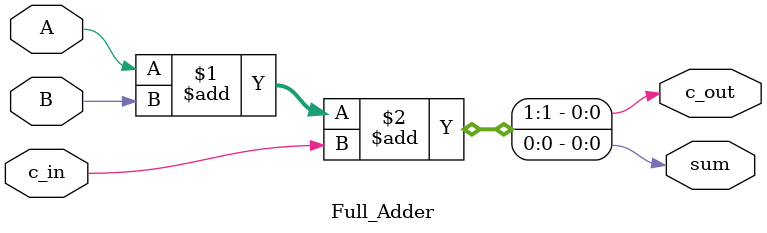
<source format=v>
`timescale 1ns / 1ps

module Full_Adder(input A, B, c_in, output c_out, sum);
    
    assign {c_out,sum} = A + B + c_in;
    
    
endmodule

</source>
